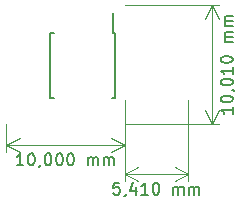
<source format=gto>
G04 #@! TF.GenerationSoftware,KiCad,Pcbnew,(5.1.2)-2*
G04 #@! TF.CreationDate,2019-10-08T18:44:44+02:00*
G04 #@! TF.ProjectId,BadUSB,42616455-5342-42e6-9b69-6361645f7063,rev?*
G04 #@! TF.SameCoordinates,Original*
G04 #@! TF.FileFunction,Legend,Top*
G04 #@! TF.FilePolarity,Positive*
%FSLAX46Y46*%
G04 Gerber Fmt 4.6, Leading zero omitted, Abs format (unit mm)*
G04 Created by KiCad (PCBNEW (5.1.2)-2) date 2019-10-08 18:44:44*
%MOMM*%
%LPD*%
G04 APERTURE LIST*
%ADD10C,0.150000*%
%ADD11C,0.120000*%
G04 APERTURE END LIST*
D10*
X96662142Y-68012380D02*
X96185952Y-68012380D01*
X96138333Y-68488571D01*
X96185952Y-68440952D01*
X96281190Y-68393333D01*
X96519285Y-68393333D01*
X96614523Y-68440952D01*
X96662142Y-68488571D01*
X96709761Y-68583809D01*
X96709761Y-68821904D01*
X96662142Y-68917142D01*
X96614523Y-68964761D01*
X96519285Y-69012380D01*
X96281190Y-69012380D01*
X96185952Y-68964761D01*
X96138333Y-68917142D01*
X97185952Y-68964761D02*
X97185952Y-69012380D01*
X97138333Y-69107619D01*
X97090714Y-69155238D01*
X98043095Y-68345714D02*
X98043095Y-69012380D01*
X97805000Y-67964761D02*
X97566904Y-68679047D01*
X98185952Y-68679047D01*
X99090714Y-69012380D02*
X98519285Y-69012380D01*
X98805000Y-69012380D02*
X98805000Y-68012380D01*
X98709761Y-68155238D01*
X98614523Y-68250476D01*
X98519285Y-68298095D01*
X99709761Y-68012380D02*
X99805000Y-68012380D01*
X99900238Y-68060000D01*
X99947857Y-68107619D01*
X99995476Y-68202857D01*
X100043095Y-68393333D01*
X100043095Y-68631428D01*
X99995476Y-68821904D01*
X99947857Y-68917142D01*
X99900238Y-68964761D01*
X99805000Y-69012380D01*
X99709761Y-69012380D01*
X99614523Y-68964761D01*
X99566904Y-68917142D01*
X99519285Y-68821904D01*
X99471666Y-68631428D01*
X99471666Y-68393333D01*
X99519285Y-68202857D01*
X99566904Y-68107619D01*
X99614523Y-68060000D01*
X99709761Y-68012380D01*
X101233571Y-69012380D02*
X101233571Y-68345714D01*
X101233571Y-68440952D02*
X101281190Y-68393333D01*
X101376428Y-68345714D01*
X101519285Y-68345714D01*
X101614523Y-68393333D01*
X101662142Y-68488571D01*
X101662142Y-69012380D01*
X101662142Y-68488571D02*
X101709761Y-68393333D01*
X101805000Y-68345714D01*
X101947857Y-68345714D01*
X102043095Y-68393333D01*
X102090714Y-68488571D01*
X102090714Y-69012380D01*
X102566904Y-69012380D02*
X102566904Y-68345714D01*
X102566904Y-68440952D02*
X102614523Y-68393333D01*
X102709761Y-68345714D01*
X102852619Y-68345714D01*
X102947857Y-68393333D01*
X102995476Y-68488571D01*
X102995476Y-69012380D01*
X102995476Y-68488571D02*
X103043095Y-68393333D01*
X103138333Y-68345714D01*
X103281190Y-68345714D01*
X103376428Y-68393333D01*
X103424047Y-68488571D01*
X103424047Y-69012380D01*
D11*
X97100000Y-67290000D02*
X102510000Y-67290000D01*
X97100000Y-61010000D02*
X97100000Y-67876421D01*
X102510000Y-61010000D02*
X102510000Y-67876421D01*
X102510000Y-67290000D02*
X101383496Y-67876421D01*
X102510000Y-67290000D02*
X101383496Y-66703579D01*
X97100000Y-67290000D02*
X98226504Y-67876421D01*
X97100000Y-67290000D02*
X98226504Y-66703579D01*
D10*
X88532085Y-66531039D02*
X87960657Y-66531610D01*
X88246371Y-66531324D02*
X88245371Y-65531325D01*
X88150276Y-65674277D01*
X88055133Y-65769610D01*
X87959943Y-65817325D01*
X89150132Y-65530420D02*
X89245370Y-65530325D01*
X89340656Y-65577849D01*
X89388323Y-65625420D01*
X89436037Y-65720610D01*
X89483847Y-65911039D01*
X89484085Y-66149134D01*
X89436656Y-66339658D01*
X89389132Y-66434943D01*
X89341561Y-66482610D01*
X89246370Y-66530324D01*
X89151132Y-66530420D01*
X89055847Y-66482896D01*
X89008180Y-66435324D01*
X88960466Y-66340134D01*
X88912656Y-66149706D01*
X88912418Y-65911610D01*
X88959847Y-65721087D01*
X89007371Y-65625801D01*
X89054942Y-65578134D01*
X89150132Y-65530420D01*
X89960608Y-66481991D02*
X89960656Y-66529610D01*
X89913132Y-66624896D01*
X89865561Y-66672562D01*
X90578703Y-65528992D02*
X90673941Y-65528896D01*
X90769227Y-65576420D01*
X90816893Y-65623991D01*
X90864608Y-65719182D01*
X90912417Y-65909610D01*
X90912655Y-66147706D01*
X90865227Y-66338229D01*
X90817703Y-66433515D01*
X90770132Y-66481182D01*
X90674941Y-66528896D01*
X90579703Y-66528991D01*
X90484417Y-66481467D01*
X90436751Y-66433896D01*
X90389037Y-66338705D01*
X90341227Y-66148277D01*
X90340989Y-65910182D01*
X90388418Y-65719658D01*
X90435941Y-65624372D01*
X90483513Y-65576706D01*
X90578703Y-65528992D01*
X91531084Y-65528039D02*
X91626322Y-65527944D01*
X91721607Y-65575468D01*
X91769274Y-65623039D01*
X91816988Y-65718230D01*
X91864798Y-65908658D01*
X91865036Y-66146753D01*
X91817607Y-66337277D01*
X91770083Y-66432563D01*
X91722512Y-66480229D01*
X91627322Y-66527943D01*
X91532084Y-66528039D01*
X91436798Y-66480515D01*
X91389131Y-66432943D01*
X91341417Y-66337753D01*
X91293608Y-66147325D01*
X91293369Y-65909229D01*
X91340798Y-65718706D01*
X91388322Y-65623420D01*
X91435893Y-65575753D01*
X91531084Y-65528039D01*
X92483464Y-65527087D02*
X92578702Y-65526992D01*
X92673988Y-65574515D01*
X92721654Y-65622087D01*
X92769369Y-65717277D01*
X92817178Y-65907706D01*
X92817416Y-66145801D01*
X92769988Y-66336324D01*
X92722464Y-66431610D01*
X92674893Y-66479277D01*
X92579702Y-66526991D01*
X92484464Y-66527086D01*
X92389178Y-66479562D01*
X92341512Y-66431991D01*
X92293797Y-66336801D01*
X92245988Y-66146372D01*
X92245750Y-65908277D01*
X92293178Y-65717753D01*
X92340702Y-65622468D01*
X92388274Y-65574801D01*
X92483464Y-65527087D01*
X94008273Y-66525562D02*
X94007606Y-65858896D01*
X94007701Y-65954134D02*
X94055273Y-65906468D01*
X94150463Y-65858753D01*
X94293320Y-65858610D01*
X94388606Y-65906134D01*
X94436320Y-66001325D01*
X94436844Y-66525134D01*
X94436320Y-66001325D02*
X94483844Y-65906039D01*
X94579034Y-65858325D01*
X94721892Y-65858182D01*
X94817177Y-65905706D01*
X94864891Y-66000896D01*
X94865415Y-66524705D01*
X95341605Y-66524229D02*
X95340939Y-65857563D01*
X95341034Y-65952801D02*
X95388605Y-65905134D01*
X95483796Y-65857420D01*
X95626653Y-65857277D01*
X95721939Y-65904801D01*
X95769653Y-65999991D01*
X95770177Y-66523801D01*
X95769653Y-65999991D02*
X95817177Y-65904706D01*
X95912367Y-65856991D01*
X96055224Y-65856849D01*
X96150510Y-65904372D01*
X96198224Y-65999563D01*
X96198748Y-66523372D01*
D11*
X87101790Y-64810088D02*
X97101790Y-64800088D01*
X87100000Y-63020000D02*
X87102377Y-65396509D01*
X97100000Y-63010000D02*
X97102377Y-65386509D01*
X97101790Y-64800088D02*
X95975873Y-65387635D01*
X97101790Y-64800088D02*
X95974700Y-64214794D01*
X87101790Y-64810088D02*
X88228880Y-65395382D01*
X87101790Y-64810088D02*
X88227707Y-64222541D01*
D10*
X106242380Y-61576428D02*
X106242380Y-62147857D01*
X106242380Y-61862142D02*
X105242380Y-61862142D01*
X105385238Y-61957380D01*
X105480476Y-62052619D01*
X105528095Y-62147857D01*
X105242380Y-60957380D02*
X105242380Y-60862142D01*
X105290000Y-60766904D01*
X105337619Y-60719285D01*
X105432857Y-60671666D01*
X105623333Y-60624047D01*
X105861428Y-60624047D01*
X106051904Y-60671666D01*
X106147142Y-60719285D01*
X106194761Y-60766904D01*
X106242380Y-60862142D01*
X106242380Y-60957380D01*
X106194761Y-61052619D01*
X106147142Y-61100238D01*
X106051904Y-61147857D01*
X105861428Y-61195476D01*
X105623333Y-61195476D01*
X105432857Y-61147857D01*
X105337619Y-61100238D01*
X105290000Y-61052619D01*
X105242380Y-60957380D01*
X106194761Y-60147857D02*
X106242380Y-60147857D01*
X106337619Y-60195476D01*
X106385238Y-60243095D01*
X105242380Y-59528809D02*
X105242380Y-59433571D01*
X105290000Y-59338333D01*
X105337619Y-59290714D01*
X105432857Y-59243095D01*
X105623333Y-59195476D01*
X105861428Y-59195476D01*
X106051904Y-59243095D01*
X106147142Y-59290714D01*
X106194761Y-59338333D01*
X106242380Y-59433571D01*
X106242380Y-59528809D01*
X106194761Y-59624047D01*
X106147142Y-59671666D01*
X106051904Y-59719285D01*
X105861428Y-59766904D01*
X105623333Y-59766904D01*
X105432857Y-59719285D01*
X105337619Y-59671666D01*
X105290000Y-59624047D01*
X105242380Y-59528809D01*
X106242380Y-58243095D02*
X106242380Y-58814523D01*
X106242380Y-58528809D02*
X105242380Y-58528809D01*
X105385238Y-58624047D01*
X105480476Y-58719285D01*
X105528095Y-58814523D01*
X105242380Y-57624047D02*
X105242380Y-57528809D01*
X105290000Y-57433571D01*
X105337619Y-57385952D01*
X105432857Y-57338333D01*
X105623333Y-57290714D01*
X105861428Y-57290714D01*
X106051904Y-57338333D01*
X106147142Y-57385952D01*
X106194761Y-57433571D01*
X106242380Y-57528809D01*
X106242380Y-57624047D01*
X106194761Y-57719285D01*
X106147142Y-57766904D01*
X106051904Y-57814523D01*
X105861428Y-57862142D01*
X105623333Y-57862142D01*
X105432857Y-57814523D01*
X105337619Y-57766904D01*
X105290000Y-57719285D01*
X105242380Y-57624047D01*
X106242380Y-56100238D02*
X105575714Y-56100238D01*
X105670952Y-56100238D02*
X105623333Y-56052619D01*
X105575714Y-55957380D01*
X105575714Y-55814523D01*
X105623333Y-55719285D01*
X105718571Y-55671666D01*
X106242380Y-55671666D01*
X105718571Y-55671666D02*
X105623333Y-55624047D01*
X105575714Y-55528809D01*
X105575714Y-55385952D01*
X105623333Y-55290714D01*
X105718571Y-55243095D01*
X106242380Y-55243095D01*
X106242380Y-54766904D02*
X105575714Y-54766904D01*
X105670952Y-54766904D02*
X105623333Y-54719285D01*
X105575714Y-54624047D01*
X105575714Y-54481190D01*
X105623333Y-54385952D01*
X105718571Y-54338333D01*
X106242380Y-54338333D01*
X105718571Y-54338333D02*
X105623333Y-54290714D01*
X105575714Y-54195476D01*
X105575714Y-54052619D01*
X105623333Y-53957380D01*
X105718571Y-53909761D01*
X106242380Y-53909761D01*
D11*
X104520000Y-63010000D02*
X104520000Y-53000000D01*
X97100000Y-63010000D02*
X105106421Y-63010000D01*
X97100000Y-53000000D02*
X105106421Y-53000000D01*
X104520000Y-53000000D02*
X105106421Y-54126504D01*
X104520000Y-53000000D02*
X103933579Y-54126504D01*
X104520000Y-63010000D02*
X105106421Y-61883496D01*
X104520000Y-63010000D02*
X103933579Y-61883496D01*
D10*
X96302408Y-55348933D02*
X96097408Y-55348933D01*
X96302408Y-60848933D02*
X96002408Y-60848933D01*
X90792408Y-60848933D02*
X91092408Y-60848933D01*
X90792408Y-55348933D02*
X91092408Y-55348933D01*
X96302408Y-55348933D02*
X96302408Y-60848933D01*
X90792408Y-55348933D02*
X90792408Y-60848933D01*
X96097408Y-55348933D02*
X96097408Y-53598933D01*
M02*

</source>
